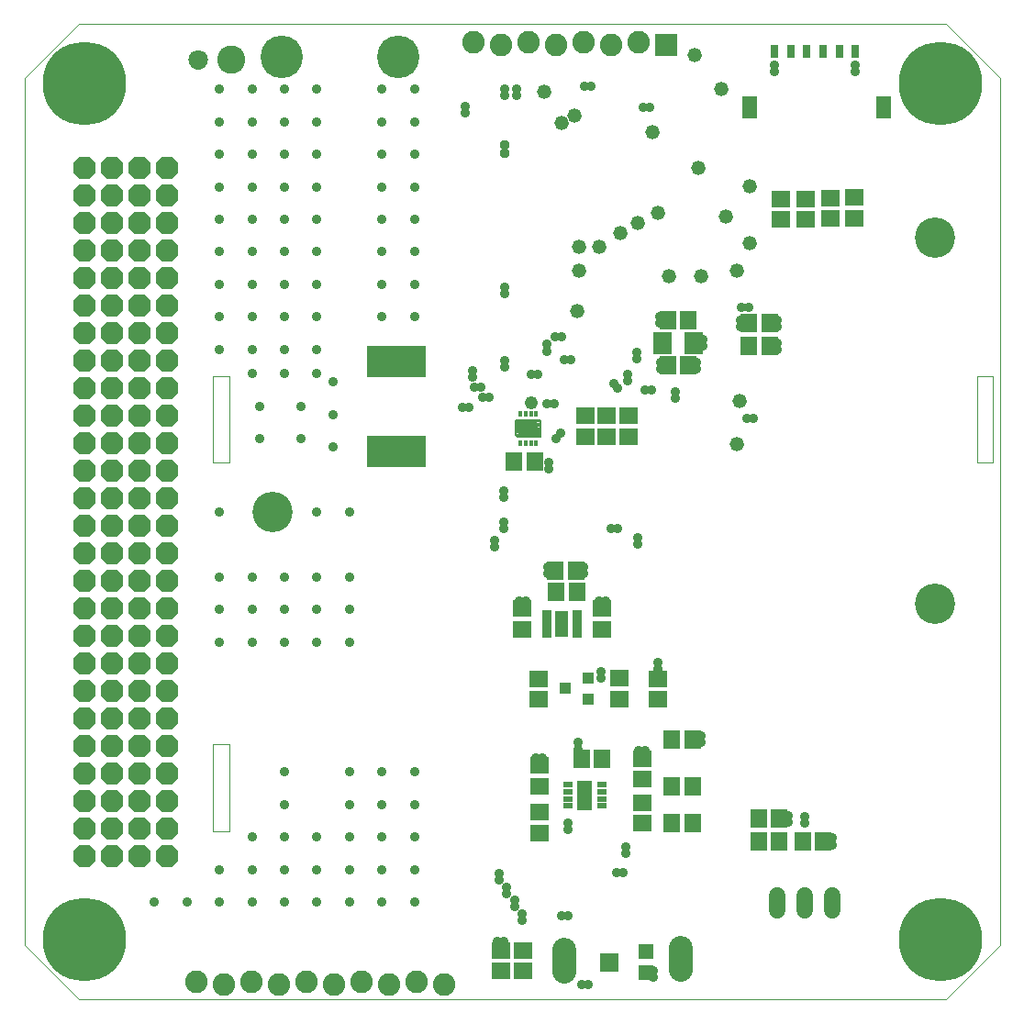
<source format=gts>
G75*
%MOIN*%
%OFA0B0*%
%FSLAX25Y25*%
%IPPOS*%
%LPD*%
%AMOC8*
5,1,8,0,0,1.08239X$1,22.5*
%
%ADD10C,0.00000*%
%ADD11C,0.07099*%
%ADD12R,0.21272X0.11430*%
%ADD13R,0.01181X0.01969*%
%ADD14C,0.00800*%
%ADD15R,0.06706X0.05918*%
%ADD16R,0.05918X0.06706*%
%ADD17R,0.03556X0.02000*%
%ADD18R,0.05000X0.09400*%
%ADD19R,0.03556X0.02375*%
%ADD20R,0.05800X0.10800*%
%ADD21R,0.04343X0.03950*%
%ADD22R,0.07099X0.05918*%
%ADD23OC8,0.08200*%
%ADD24C,0.05200*%
%ADD25R,0.08200X0.08200*%
%ADD26C,0.08200*%
%ADD27R,0.07099X0.07898*%
%ADD28C,0.06000*%
%ADD29R,0.05524X0.05524*%
%ADD30R,0.07099X0.06706*%
%ADD31C,0.08600*%
%ADD32C,0.00394*%
%ADD33C,0.30328*%
%ADD34R,0.03162X0.04737*%
%ADD35R,0.05721X0.07887*%
%ADD36C,0.03581*%
%ADD37C,0.04762*%
%ADD38C,0.15430*%
%ADD39C,0.14643*%
%ADD40C,0.03778*%
%ADD41C,0.10249*%
D10*
X0039902Y0020348D02*
X0020217Y0040033D01*
X0020217Y0354994D01*
X0039902Y0374679D01*
X0354862Y0374679D01*
X0374547Y0354994D01*
X0374547Y0040033D01*
X0354862Y0020348D01*
X0039902Y0020348D01*
X0080059Y0361687D02*
X0080061Y0361799D01*
X0080067Y0361910D01*
X0080077Y0362022D01*
X0080091Y0362133D01*
X0080108Y0362243D01*
X0080130Y0362353D01*
X0080156Y0362462D01*
X0080185Y0362570D01*
X0080218Y0362676D01*
X0080255Y0362782D01*
X0080296Y0362886D01*
X0080341Y0362989D01*
X0080389Y0363090D01*
X0080440Y0363189D01*
X0080495Y0363286D01*
X0080554Y0363381D01*
X0080615Y0363475D01*
X0080680Y0363566D01*
X0080749Y0363654D01*
X0080820Y0363740D01*
X0080894Y0363824D01*
X0080972Y0363904D01*
X0081052Y0363982D01*
X0081135Y0364058D01*
X0081220Y0364130D01*
X0081308Y0364199D01*
X0081398Y0364265D01*
X0081491Y0364327D01*
X0081586Y0364387D01*
X0081683Y0364443D01*
X0081781Y0364495D01*
X0081882Y0364544D01*
X0081984Y0364589D01*
X0082088Y0364631D01*
X0082193Y0364669D01*
X0082300Y0364703D01*
X0082407Y0364733D01*
X0082516Y0364760D01*
X0082625Y0364782D01*
X0082736Y0364801D01*
X0082846Y0364816D01*
X0082958Y0364827D01*
X0083069Y0364834D01*
X0083181Y0364837D01*
X0083293Y0364836D01*
X0083405Y0364831D01*
X0083516Y0364822D01*
X0083627Y0364809D01*
X0083738Y0364792D01*
X0083848Y0364772D01*
X0083957Y0364747D01*
X0084065Y0364719D01*
X0084172Y0364686D01*
X0084278Y0364650D01*
X0084382Y0364610D01*
X0084485Y0364567D01*
X0084587Y0364520D01*
X0084686Y0364469D01*
X0084784Y0364415D01*
X0084880Y0364357D01*
X0084974Y0364296D01*
X0085065Y0364232D01*
X0085154Y0364165D01*
X0085241Y0364094D01*
X0085325Y0364020D01*
X0085407Y0363944D01*
X0085485Y0363864D01*
X0085561Y0363782D01*
X0085634Y0363697D01*
X0085704Y0363610D01*
X0085770Y0363520D01*
X0085834Y0363428D01*
X0085894Y0363334D01*
X0085951Y0363238D01*
X0086004Y0363139D01*
X0086054Y0363039D01*
X0086100Y0362938D01*
X0086143Y0362834D01*
X0086182Y0362729D01*
X0086217Y0362623D01*
X0086248Y0362516D01*
X0086276Y0362407D01*
X0086299Y0362298D01*
X0086319Y0362188D01*
X0086335Y0362077D01*
X0086347Y0361966D01*
X0086355Y0361855D01*
X0086359Y0361743D01*
X0086359Y0361631D01*
X0086355Y0361519D01*
X0086347Y0361408D01*
X0086335Y0361297D01*
X0086319Y0361186D01*
X0086299Y0361076D01*
X0086276Y0360967D01*
X0086248Y0360858D01*
X0086217Y0360751D01*
X0086182Y0360645D01*
X0086143Y0360540D01*
X0086100Y0360436D01*
X0086054Y0360335D01*
X0086004Y0360235D01*
X0085951Y0360136D01*
X0085894Y0360040D01*
X0085834Y0359946D01*
X0085770Y0359854D01*
X0085704Y0359764D01*
X0085634Y0359677D01*
X0085561Y0359592D01*
X0085485Y0359510D01*
X0085407Y0359430D01*
X0085325Y0359354D01*
X0085241Y0359280D01*
X0085154Y0359209D01*
X0085065Y0359142D01*
X0084974Y0359078D01*
X0084880Y0359017D01*
X0084784Y0358959D01*
X0084686Y0358905D01*
X0084587Y0358854D01*
X0084485Y0358807D01*
X0084382Y0358764D01*
X0084278Y0358724D01*
X0084172Y0358688D01*
X0084065Y0358655D01*
X0083957Y0358627D01*
X0083848Y0358602D01*
X0083738Y0358582D01*
X0083627Y0358565D01*
X0083516Y0358552D01*
X0083405Y0358543D01*
X0083293Y0358538D01*
X0083181Y0358537D01*
X0083069Y0358540D01*
X0082958Y0358547D01*
X0082846Y0358558D01*
X0082736Y0358573D01*
X0082625Y0358592D01*
X0082516Y0358614D01*
X0082407Y0358641D01*
X0082300Y0358671D01*
X0082193Y0358705D01*
X0082088Y0358743D01*
X0081984Y0358785D01*
X0081882Y0358830D01*
X0081781Y0358879D01*
X0081683Y0358931D01*
X0081586Y0358987D01*
X0081491Y0359047D01*
X0081398Y0359109D01*
X0081308Y0359175D01*
X0081220Y0359244D01*
X0081135Y0359316D01*
X0081052Y0359392D01*
X0080972Y0359470D01*
X0080894Y0359550D01*
X0080820Y0359634D01*
X0080749Y0359720D01*
X0080680Y0359808D01*
X0080615Y0359899D01*
X0080554Y0359993D01*
X0080495Y0360088D01*
X0080440Y0360185D01*
X0080389Y0360284D01*
X0080341Y0360385D01*
X0080296Y0360488D01*
X0080255Y0360592D01*
X0080218Y0360698D01*
X0080185Y0360804D01*
X0080156Y0360912D01*
X0080130Y0361021D01*
X0080108Y0361131D01*
X0080091Y0361241D01*
X0080077Y0361352D01*
X0080067Y0361464D01*
X0080061Y0361575D01*
X0080059Y0361687D01*
D11*
X0083209Y0361687D03*
D12*
X0155365Y0252208D03*
X0155365Y0219530D03*
D13*
X0200276Y0222516D03*
X0202245Y0222516D03*
X0204213Y0222516D03*
X0206182Y0222516D03*
X0206182Y0233146D03*
X0204213Y0233146D03*
X0202245Y0233146D03*
X0200276Y0233146D03*
D14*
X0198701Y0230882D02*
X0207658Y0230882D01*
X0207658Y0224779D01*
X0199430Y0224779D01*
X0198701Y0225409D01*
X0198701Y0230882D01*
X0198701Y0230357D02*
X0207658Y0230357D01*
X0207658Y0229558D02*
X0198701Y0229558D01*
X0198701Y0228760D02*
X0207658Y0228760D01*
X0207658Y0227961D02*
X0198701Y0227961D01*
X0198701Y0227163D02*
X0207658Y0227163D01*
X0207658Y0226364D02*
X0198701Y0226364D01*
X0198701Y0225566D02*
X0207658Y0225566D01*
D15*
X0223908Y0224980D03*
X0223908Y0232461D03*
X0231819Y0232441D03*
X0231819Y0224961D03*
X0239728Y0224987D03*
X0239728Y0232468D03*
X0229996Y0162371D03*
X0229996Y0154891D03*
X0206896Y0136924D03*
X0206896Y0129444D03*
X0207225Y0105349D03*
X0207225Y0097869D03*
X0207225Y0088436D03*
X0207225Y0080956D03*
X0244626Y0084482D03*
X0244626Y0091962D03*
X0244626Y0100466D03*
X0244626Y0107947D03*
X0200942Y0154941D03*
X0200942Y0162422D03*
X0201516Y0038262D03*
X0201516Y0030781D03*
X0193248Y0030781D03*
X0193248Y0038262D03*
X0295176Y0303771D03*
X0295176Y0311252D03*
X0304034Y0311291D03*
X0304034Y0303811D03*
X0313089Y0304008D03*
X0313089Y0311488D03*
X0321751Y0311685D03*
X0321751Y0304204D03*
D16*
X0290886Y0266018D03*
X0283406Y0266018D03*
X0283406Y0257750D03*
X0290886Y0257750D03*
X0261358Y0250663D03*
X0253878Y0250663D03*
X0253878Y0267199D03*
X0261358Y0267199D03*
X0205652Y0215706D03*
X0198172Y0215706D03*
X0213130Y0176254D03*
X0220610Y0176254D03*
X0220930Y0168350D03*
X0213449Y0168350D03*
X0255453Y0114836D03*
X0262933Y0114836D03*
X0262933Y0097907D03*
X0255453Y0097907D03*
X0255453Y0084521D03*
X0262933Y0084521D03*
X0286949Y0086096D03*
X0294429Y0086096D03*
X0294429Y0077829D03*
X0286949Y0077829D03*
X0302894Y0077829D03*
X0310374Y0077829D03*
X0230046Y0107987D03*
X0222565Y0107987D03*
D17*
X0220890Y0152898D03*
X0220890Y0154866D03*
X0220890Y0156835D03*
X0220890Y0158803D03*
X0220890Y0160772D03*
X0210064Y0160772D03*
X0210064Y0158803D03*
X0210064Y0156835D03*
X0210064Y0154866D03*
X0210064Y0152898D03*
D18*
X0215477Y0156835D03*
D19*
X0217723Y0098342D03*
X0217723Y0095783D03*
X0217723Y0093224D03*
X0217723Y0090664D03*
X0230124Y0090664D03*
X0230124Y0093224D03*
X0230124Y0095783D03*
X0230124Y0098342D03*
D20*
X0223825Y0094601D03*
D21*
X0225006Y0129641D03*
X0225006Y0137121D03*
X0216739Y0133381D03*
D22*
X0236424Y0129641D03*
X0236424Y0137121D03*
X0250400Y0136924D03*
X0250400Y0129444D03*
D23*
X0071857Y0132489D03*
X0071857Y0142489D03*
X0071857Y0152489D03*
X0071857Y0162489D03*
X0071857Y0172489D03*
X0071857Y0182489D03*
X0071857Y0192489D03*
X0071857Y0202489D03*
X0071857Y0212489D03*
X0071857Y0222489D03*
X0071857Y0232489D03*
X0071857Y0242489D03*
X0071857Y0252489D03*
X0071857Y0262489D03*
X0071857Y0272489D03*
X0071857Y0282489D03*
X0071857Y0292489D03*
X0071857Y0302489D03*
X0071857Y0312489D03*
X0071857Y0322489D03*
X0061857Y0322489D03*
X0061857Y0312489D03*
X0061857Y0302489D03*
X0061857Y0292489D03*
X0061857Y0282489D03*
X0061857Y0272489D03*
X0061857Y0262489D03*
X0061857Y0252489D03*
X0061857Y0242489D03*
X0061857Y0232489D03*
X0061857Y0222489D03*
X0061857Y0212489D03*
X0061857Y0202489D03*
X0061857Y0192489D03*
X0061857Y0182489D03*
X0061857Y0172489D03*
X0061857Y0162489D03*
X0061857Y0152489D03*
X0061857Y0142489D03*
X0061857Y0132489D03*
X0061857Y0122489D03*
X0061857Y0112489D03*
X0071857Y0112489D03*
X0071857Y0122489D03*
X0071857Y0102489D03*
X0071857Y0092489D03*
X0071857Y0082489D03*
X0071857Y0072489D03*
X0061857Y0072489D03*
X0061857Y0082489D03*
X0061857Y0092489D03*
X0061857Y0102489D03*
X0051857Y0102489D03*
X0051857Y0092489D03*
X0041857Y0092489D03*
X0041857Y0102489D03*
X0041857Y0112489D03*
X0041857Y0122489D03*
X0051857Y0122489D03*
X0051857Y0112489D03*
X0051857Y0132489D03*
X0051857Y0142489D03*
X0041857Y0142489D03*
X0041857Y0132489D03*
X0041857Y0152489D03*
X0051857Y0152489D03*
X0051857Y0162489D03*
X0051857Y0172489D03*
X0041857Y0172489D03*
X0041857Y0162489D03*
X0041857Y0182489D03*
X0041857Y0192489D03*
X0051857Y0192489D03*
X0051857Y0182489D03*
X0051857Y0202489D03*
X0041857Y0202489D03*
X0041857Y0212489D03*
X0041857Y0222489D03*
X0051857Y0222489D03*
X0051857Y0212489D03*
X0051857Y0232489D03*
X0051857Y0242489D03*
X0041857Y0242489D03*
X0041857Y0232489D03*
X0041857Y0252489D03*
X0051857Y0252489D03*
X0051857Y0262489D03*
X0051857Y0272489D03*
X0041857Y0272489D03*
X0041857Y0262489D03*
X0041857Y0282489D03*
X0041857Y0292489D03*
X0051857Y0292489D03*
X0051857Y0282489D03*
X0051857Y0302489D03*
X0041857Y0302489D03*
X0041857Y0312489D03*
X0041857Y0322489D03*
X0051857Y0322489D03*
X0051857Y0312489D03*
X0051857Y0082489D03*
X0041857Y0082489D03*
X0041857Y0072489D03*
X0051857Y0072489D03*
D24*
X0220862Y0270466D03*
X0221846Y0285230D03*
X0221639Y0293734D03*
X0229139Y0293734D03*
X0236660Y0298749D03*
X0242907Y0302370D03*
X0250389Y0306284D03*
X0265153Y0322632D03*
X0274996Y0304915D03*
X0283854Y0315742D03*
X0283854Y0295073D03*
X0278933Y0285230D03*
X0266137Y0283262D03*
X0254326Y0283262D03*
X0279917Y0237986D03*
X0278933Y0222238D03*
X0248421Y0335427D03*
X0273519Y0351175D03*
X0263677Y0363478D03*
X0219877Y0341332D03*
X0215448Y0338872D03*
X0209051Y0350191D03*
D25*
X0253442Y0367071D03*
D26*
X0243442Y0368071D03*
X0233442Y0367071D03*
X0223442Y0368071D03*
X0213442Y0367071D03*
X0203442Y0368071D03*
X0193442Y0367071D03*
X0183442Y0368071D03*
X0162618Y0026754D03*
X0172618Y0025754D03*
X0152618Y0025754D03*
X0142618Y0026754D03*
X0132618Y0025754D03*
X0122618Y0026754D03*
X0112618Y0025754D03*
X0102618Y0026754D03*
X0092618Y0025754D03*
X0082618Y0026754D03*
D27*
X0252020Y0258931D03*
X0263217Y0258931D03*
D28*
X0293681Y0057988D02*
X0293681Y0052788D01*
X0303681Y0052788D02*
X0303681Y0057988D01*
X0313681Y0057988D02*
X0313681Y0052788D01*
D29*
X0245906Y0037868D03*
X0245906Y0029994D03*
D30*
X0232815Y0033931D03*
D31*
X0216280Y0030621D02*
X0216280Y0038421D01*
X0258799Y0039012D02*
X0258799Y0031212D01*
D32*
X0094626Y0081569D02*
X0088721Y0081569D01*
X0088721Y0113065D01*
X0094626Y0113065D01*
X0094626Y0081569D01*
X0094626Y0215427D02*
X0088721Y0215427D01*
X0088721Y0246923D01*
X0094626Y0246923D01*
X0094626Y0215427D01*
X0366280Y0215427D02*
X0366280Y0246923D01*
X0372185Y0246923D01*
X0372185Y0215427D01*
X0366280Y0215427D01*
D33*
X0352894Y0353025D03*
X0352894Y0042002D03*
X0041870Y0042002D03*
X0041870Y0353025D03*
D34*
X0292658Y0364836D03*
X0298563Y0364836D03*
X0304469Y0364836D03*
X0310374Y0364836D03*
X0316280Y0364836D03*
X0322185Y0364836D03*
D35*
X0332441Y0344364D03*
X0283583Y0344364D03*
D36*
X0292658Y0357356D03*
X0292658Y0359718D03*
X0322185Y0359718D03*
X0322185Y0357356D03*
X0247382Y0344402D03*
X0245020Y0344402D03*
X0226122Y0352041D03*
X0223760Y0352041D03*
X0198957Y0351254D03*
X0198957Y0348892D03*
X0194626Y0348892D03*
X0194626Y0351254D03*
X0180453Y0344758D03*
X0180453Y0342395D03*
X0161949Y0339246D03*
X0161949Y0351057D03*
X0150138Y0351057D03*
X0150138Y0339246D03*
X0150138Y0327435D03*
X0150138Y0315624D03*
X0150138Y0303813D03*
X0150138Y0292002D03*
X0150138Y0280191D03*
X0150138Y0268380D03*
X0161949Y0268380D03*
X0161949Y0280191D03*
X0161949Y0292002D03*
X0161949Y0303813D03*
X0161949Y0315624D03*
X0161949Y0327435D03*
X0126516Y0327435D03*
X0114705Y0327435D03*
X0114705Y0315624D03*
X0126516Y0315624D03*
X0126516Y0303813D03*
X0114705Y0303813D03*
X0102894Y0303813D03*
X0102894Y0315624D03*
X0102894Y0327435D03*
X0091083Y0327435D03*
X0091083Y0315624D03*
X0091083Y0303813D03*
X0091083Y0292002D03*
X0102894Y0292002D03*
X0114705Y0292002D03*
X0126516Y0292002D03*
X0126516Y0280191D03*
X0114705Y0280191D03*
X0102894Y0280191D03*
X0091083Y0280191D03*
X0091083Y0268380D03*
X0102894Y0268380D03*
X0114705Y0268380D03*
X0126516Y0268380D03*
X0126516Y0256569D03*
X0126516Y0247710D03*
X0132421Y0244758D03*
X0132421Y0232947D03*
X0132421Y0221136D03*
X0120610Y0224088D03*
X0120610Y0235899D03*
X0114705Y0247710D03*
X0114705Y0256569D03*
X0102894Y0256569D03*
X0102894Y0247710D03*
X0105847Y0235899D03*
X0105847Y0224088D03*
X0091083Y0197514D03*
X0091083Y0173892D03*
X0102894Y0173892D03*
X0114705Y0173892D03*
X0126516Y0173892D03*
X0138327Y0173892D03*
X0138327Y0162081D03*
X0126516Y0162081D03*
X0114705Y0162081D03*
X0102894Y0162081D03*
X0091083Y0162081D03*
X0091083Y0150269D03*
X0102894Y0150269D03*
X0114705Y0150269D03*
X0126516Y0150269D03*
X0138327Y0150269D03*
X0138327Y0197514D03*
X0126516Y0197514D03*
X0179272Y0235506D03*
X0181634Y0235506D03*
X0186752Y0239049D03*
X0189114Y0239049D03*
X0186162Y0242907D03*
X0183799Y0242789D03*
X0183091Y0246569D03*
X0183091Y0248931D03*
X0194626Y0250269D03*
X0194626Y0252632D03*
X0204272Y0247514D03*
X0206634Y0247514D03*
X0210177Y0255978D03*
X0210177Y0258340D03*
X0212933Y0261293D03*
X0215295Y0261293D03*
X0216280Y0252948D03*
X0218642Y0252948D03*
X0212539Y0236962D03*
X0210177Y0236962D03*
X0205028Y0228666D03*
X0202665Y0228666D03*
X0200303Y0228666D03*
X0201484Y0226304D03*
X0203846Y0226304D03*
X0206209Y0226304D03*
X0213327Y0224088D03*
X0215177Y0226018D03*
X0210571Y0215624D03*
X0210571Y0213262D03*
X0194232Y0205073D03*
X0194232Y0202710D03*
X0194232Y0193970D03*
X0194232Y0191608D03*
X0191083Y0187081D03*
X0191083Y0184718D03*
X0210374Y0177435D03*
X0210374Y0175073D03*
X0202303Y0165230D03*
X0199941Y0165230D03*
X0215492Y0158965D03*
X0215492Y0156603D03*
X0215492Y0154241D03*
X0228878Y0165230D03*
X0231240Y0165230D03*
X0223366Y0175073D03*
X0223366Y0177435D03*
X0233209Y0191608D03*
X0235583Y0191601D03*
X0243051Y0188262D03*
X0243051Y0185899D03*
X0250335Y0142986D03*
X0250335Y0140624D03*
X0229665Y0139640D03*
X0229665Y0137277D03*
X0221398Y0113655D03*
X0221398Y0111293D03*
X0208406Y0108144D03*
X0206043Y0108144D03*
X0223760Y0098104D03*
X0223760Y0095742D03*
X0223760Y0093380D03*
X0223760Y0091018D03*
X0217755Y0084521D03*
X0217755Y0082159D03*
X0235374Y0066411D03*
X0237736Y0066411D03*
X0238721Y0073498D03*
X0238721Y0075860D03*
X0217854Y0050663D03*
X0215492Y0050663D03*
X0201122Y0051451D03*
X0201122Y0049088D03*
X0198406Y0054128D03*
X0198406Y0056490D03*
X0195413Y0058852D03*
X0195413Y0061214D03*
X0192658Y0063813D03*
X0192658Y0066175D03*
X0192067Y0041608D03*
X0194429Y0041608D03*
X0222579Y0025735D03*
X0224941Y0025735D03*
X0248760Y0028616D03*
X0248760Y0030978D03*
X0297776Y0084915D03*
X0297776Y0087277D03*
X0303681Y0086884D03*
X0303681Y0084521D03*
X0313721Y0079010D03*
X0313721Y0076647D03*
X0265886Y0113655D03*
X0265886Y0116018D03*
X0245807Y0110899D03*
X0243445Y0110899D03*
X0161949Y0103025D03*
X0161949Y0091214D03*
X0161949Y0079403D03*
X0161949Y0067592D03*
X0161949Y0055781D03*
X0150138Y0055781D03*
X0138327Y0055781D03*
X0126516Y0055781D03*
X0114705Y0055781D03*
X0102894Y0055781D03*
X0091083Y0055781D03*
X0079272Y0055781D03*
X0091083Y0067592D03*
X0102894Y0067592D03*
X0114705Y0067592D03*
X0126516Y0067592D03*
X0138327Y0067592D03*
X0150138Y0067592D03*
X0150138Y0079403D03*
X0138327Y0079403D03*
X0126516Y0079403D03*
X0114705Y0079403D03*
X0102894Y0079403D03*
X0114705Y0091214D03*
X0114705Y0103025D03*
X0138327Y0103025D03*
X0138327Y0091214D03*
X0150138Y0091214D03*
X0150138Y0103025D03*
X0067461Y0055781D03*
X0235768Y0242395D03*
X0234193Y0244167D03*
X0239311Y0245151D03*
X0239311Y0247514D03*
X0242854Y0253025D03*
X0242854Y0255388D03*
X0251319Y0251844D03*
X0251319Y0249482D03*
X0248169Y0241805D03*
X0245807Y0241805D03*
X0256831Y0241214D03*
X0256831Y0238852D03*
X0264311Y0249482D03*
X0264311Y0251844D03*
X0266673Y0257750D03*
X0266673Y0260112D03*
X0280453Y0264836D03*
X0280453Y0267199D03*
X0280847Y0271923D03*
X0283209Y0271923D03*
X0293642Y0267199D03*
X0293642Y0264836D03*
X0293642Y0258931D03*
X0293642Y0256569D03*
X0285177Y0231372D03*
X0282815Y0231372D03*
X0250925Y0266018D03*
X0250925Y0268380D03*
X0194626Y0276844D03*
X0194626Y0279206D03*
X0126516Y0339246D03*
X0126516Y0351057D03*
X0114705Y0351057D03*
X0114705Y0339246D03*
X0102894Y0339246D03*
X0102894Y0351057D03*
X0091083Y0351057D03*
X0091083Y0339246D03*
X0091083Y0256569D03*
D37*
X0204272Y0237277D03*
D38*
X0156043Y0362868D03*
X0113524Y0362868D03*
D39*
X0110374Y0197514D03*
X0351122Y0164128D03*
X0351122Y0297317D03*
D40*
X0194626Y0327986D03*
X0194626Y0330742D03*
D41*
X0095217Y0361687D03*
M02*

</source>
